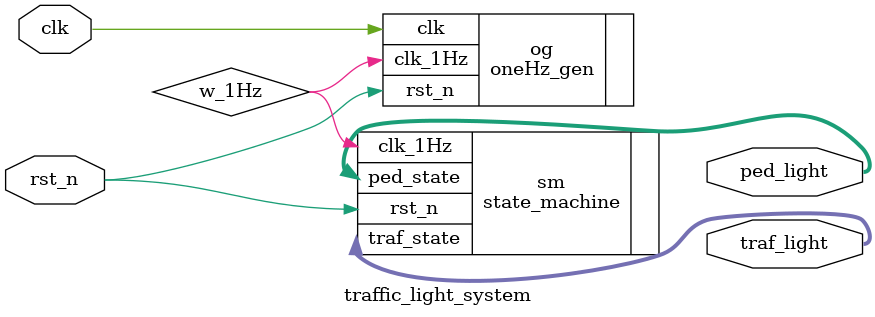
<source format=v>
module traffic_light_system (
    input clk,                  //74.25MHz
    input rst_n,                //Active LOW
    output [2:0] traf_light,    //3 bits traffic light
    output [1:0] ped_light      //2 bits pedestrian light
    );

    //wire clk, rst_n;
    //reg [2:0] traf_light;
    //reg [1:0] ped_light;
    wire w_1Hz;

    oneHz_gen og (.clk(clk), .rst_n(rst_n),
                  .clk_1Hz(w_1Hz)
                 );
    state_machine sm (.clk_1Hz(w_1Hz), .rst_n(rst_n),
                      .traf_state(traf_light), .ped_state(ped_light)
                     );

endmodule
</source>
